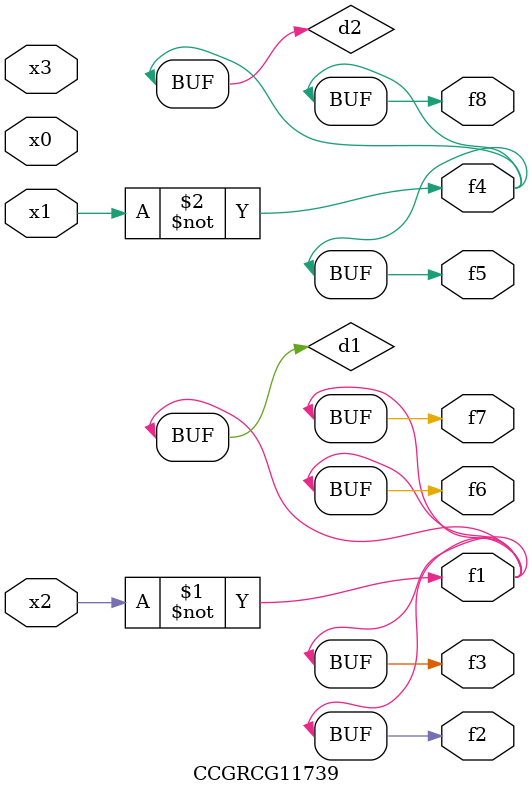
<source format=v>
module CCGRCG11739(
	input x0, x1, x2, x3,
	output f1, f2, f3, f4, f5, f6, f7, f8
);

	wire d1, d2;

	xnor (d1, x2);
	not (d2, x1);
	assign f1 = d1;
	assign f2 = d1;
	assign f3 = d1;
	assign f4 = d2;
	assign f5 = d2;
	assign f6 = d1;
	assign f7 = d1;
	assign f8 = d2;
endmodule

</source>
